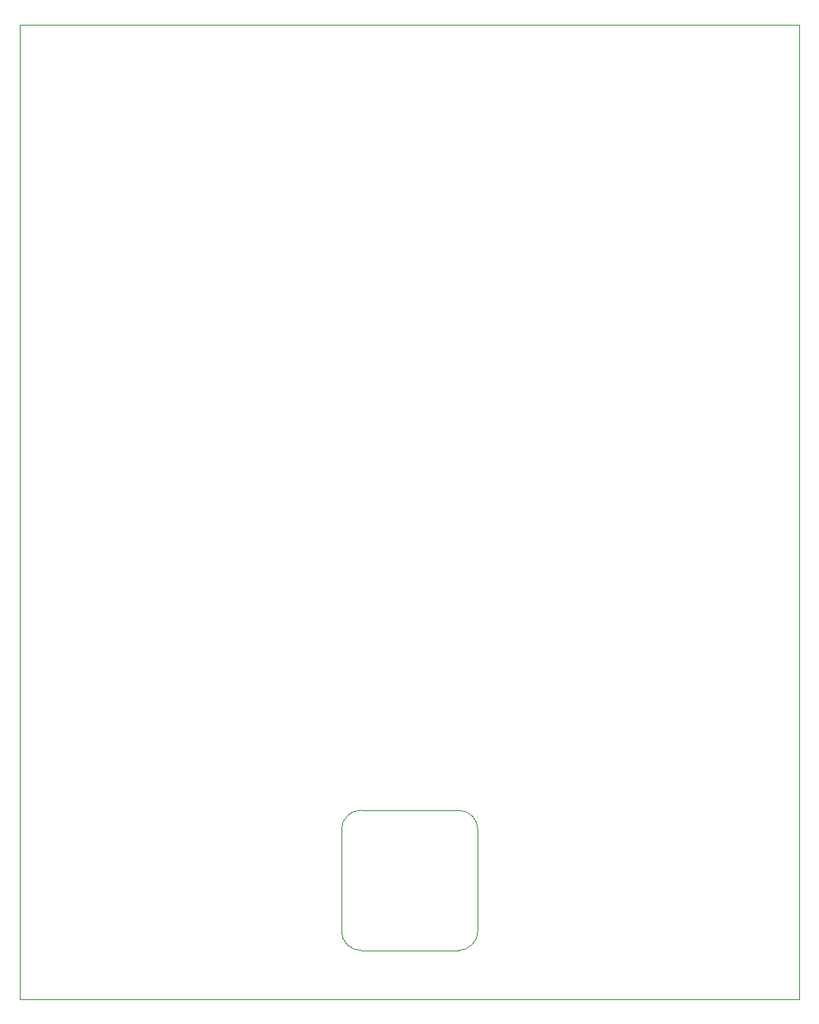
<source format=gm1>
%TF.GenerationSoftware,KiCad,Pcbnew,(6.0.8)*%
%TF.CreationDate,2023-12-15T22:11:56-05:00*%
%TF.ProjectId,main_pcb,6d61696e-5f70-4636-922e-6b696361645f,rev?*%
%TF.SameCoordinates,Original*%
%TF.FileFunction,Profile,NP*%
%FSLAX46Y46*%
G04 Gerber Fmt 4.6, Leading zero omitted, Abs format (unit mm)*
G04 Created by KiCad (PCBNEW (6.0.8)) date 2023-12-15 22:11:56*
%MOMM*%
%LPD*%
G01*
G04 APERTURE LIST*
%TA.AperFunction,Profile*%
%ADD10C,0.100000*%
%TD*%
G04 APERTURE END LIST*
D10*
X83000000Y-143000000D02*
G75*
G03*
X85000000Y-145000000I2000000J0D01*
G01*
X130000000Y-150000000D02*
X50000000Y-150000000D01*
X50000000Y-150000000D02*
X50000000Y-50000000D01*
X50000000Y-50000000D02*
X130000000Y-50000000D01*
X130000000Y-50000000D02*
X130000000Y-150000000D01*
X85000000Y-130614200D02*
G75*
G03*
X83000000Y-132614214I0J-2000000D01*
G01*
X85000000Y-145000000D02*
X95000000Y-145000000D01*
X97000000Y-143000000D02*
X97000000Y-132614214D01*
X95000000Y-145000000D02*
G75*
G03*
X97000000Y-143000000I0J2000000D01*
G01*
X95000000Y-130614214D02*
X85000000Y-130614214D01*
X83000000Y-132614214D02*
X83000000Y-143000000D01*
X96999986Y-132614214D02*
G75*
G03*
X95000000Y-130614214I-1999986J14D01*
G01*
M02*

</source>
